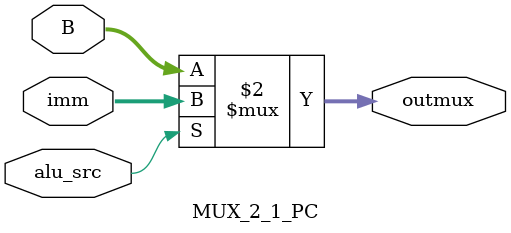
<source format=v>
`timescale 1ns / 1ps


module MUX_2_1_PC(
        input[15:0] B, imm,input alu_src, output [15:0] outmux
    );
    assign outmux = (alu_src == 0) ? B : imm;
endmodule


</source>
